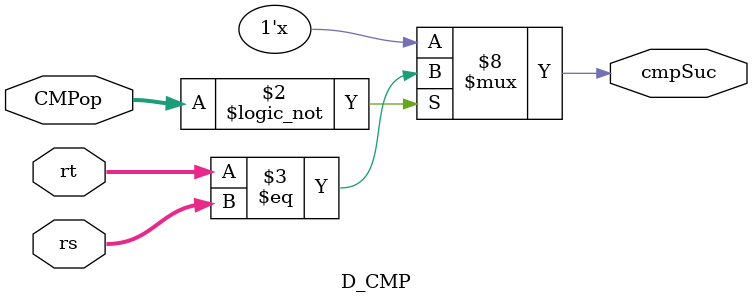
<source format=v>
`timescale 1ns / 1ps

module D_CMP (
	input [31:0] rt,
    input [31:0] rs,
    input [1:0] CMPop,
    output reg cmpSuc
    );

    initial begin
        cmpSuc = 1'b0;
    end

    always @ (*) begin
        if (CMPop == 2'b00) begin
            cmpSuc = (rt == rs);
        end
        else if (CMPop == 2'b01) begin
            // 待补充的判断条件
        end
        else if (CMPop == 2'b10) begin
            // 待补充的判断条件
        end
        else begin
            // 待补充的判断条件
        end
    end

endmodule
</source>
